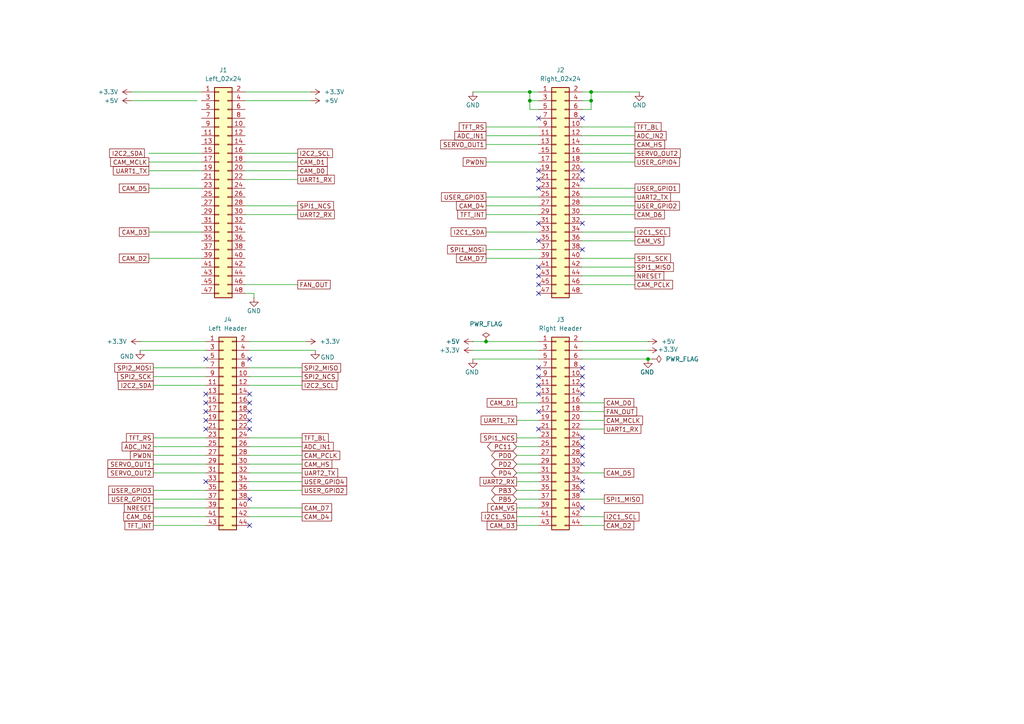
<source format=kicad_sch>
(kicad_sch (version 20250114) (generator "eeschema") (generator_version "9.0")
  (paper "A4")
  (lib_symbols
    (symbol "Connector_Generic:Conn_02x24_Odd_Even" (pin_names (offset 1.016) (hide yes))
      (property "Reference" "J" (at 1.27 30.48 0))
      (property "Value" "Conn_02x24_Odd_Even" (at 1.27 -33.02 0))
      (symbol "Conn_02x24_Odd_Even_1_1"
        (rectangle (start -1.27 29.21) (end 3.81 -31.75) (stroke (width 0.254)) (fill (type background)))
        (rectangle (start -1.27 28.067) (end 0 27.813) (stroke (width 0.1524)))
        (rectangle (start -1.27 25.527) (end 0 25.273) (stroke (width 0.1524)))
        (rectangle (start -1.27 22.987) (end 0 22.733) (stroke (width 0.1524)))
        (rectangle (start -1.27 20.447) (end 0 20.193) (stroke (width 0.1524)))
        (rectangle (start -1.27 17.907) (end 0 17.653) (stroke (width 0.1524)))
        (rectangle (start -1.27 15.367) (end 0 15.113) (stroke (width 0.1524)))
        (rectangle (start -1.27 12.827) (end 0 12.573) (stroke (width 0.1524)))
        (rectangle (start -1.27 10.287) (end 0 10.033) (stroke (width 0.1524)))
        (rectangle (start -1.27 7.747) (end 0 7.493) (stroke (width 0.1524)))
        (rectangle (start -1.27 5.207) (end 0 4.953) (stroke (width 0.1524)))
        (rectangle (start -1.27 2.667) (end 0 2.413) (stroke (width 0.1524)))
        (rectangle (start -1.27 0.127) (end 0 -0.127) (stroke (width 0.1524)))
        (rectangle (start -1.27 -2.413) (end 0 -2.667) (stroke (width 0.1524)))
        (rectangle (start -1.27 -4.953) (end 0 -5.207) (stroke (width 0.1524)))
        (rectangle (start -1.27 -7.493) (end 0 -7.747) (stroke (width 0.1524)))
        (rectangle (start -1.27 -10.033) (end 0 -10.287) (stroke (width 0.1524)))
        (rectangle (start -1.27 -12.573) (end 0 -12.827) (stroke (width 0.1524)))
        (rectangle (start -1.27 -15.113) (end 0 -15.367) (stroke (width 0.1524)))
        (rectangle (start -1.27 -17.653) (end 0 -17.907) (stroke (width 0.1524)))
        (rectangle (start -1.27 -20.193) (end 0 -20.447) (stroke (width 0.1524)))
        (rectangle (start -1.27 -22.733) (end 0 -22.987) (stroke (width 0.1524)))
        (rectangle (start -1.27 -25.273) (end 0 -25.527) (stroke (width 0.1524)))
        (rectangle (start -1.27 -27.813) (end 0 -28.067) (stroke (width 0.1524)))
        (rectangle (start -1.27 -30.353) (end 0 -30.607) (stroke (width 0.1524)))
        (rectangle (start 3.81 28.067) (end 2.54 27.813) (stroke (width 0.1524)))
        (rectangle (start 3.81 25.527) (end 2.54 25.273) (stroke (width 0.1524)))
        (rectangle (start 3.81 22.987) (end 2.54 22.733) (stroke (width 0.1524)))
        (rectangle (start 3.81 20.447) (end 2.54 20.193) (stroke (width 0.1524)))
        (rectangle (start 3.81 17.907) (end 2.54 17.653) (stroke (width 0.1524)))
        (rectangle (start 3.81 15.367) (end 2.54 15.113) (stroke (width 0.1524)))
        (rectangle (start 3.81 12.827) (end 2.54 12.573) (stroke (width 0.1524)))
        (rectangle (start 3.81 10.287) (end 2.54 10.033) (stroke (width 0.1524)))
        (rectangle (start 3.81 7.747) (end 2.54 7.493) (stroke (width 0.1524)))
        (rectangle (start 3.81 5.207) (end 2.54 4.953) (stroke (width 0.1524)))
        (rectangle (start 3.81 2.667) (end 2.54 2.413) (stroke (width 0.1524)))
        (rectangle (start 3.81 0.127) (end 2.54 -0.127) (stroke (width 0.1524)))
        (rectangle (start 3.81 -2.413) (end 2.54 -2.667) (stroke (width 0.1524)))
        (rectangle (start 3.81 -4.953) (end 2.54 -5.207) (stroke (width 0.1524)))
        (rectangle (start 3.81 -7.493) (end 2.54 -7.747) (stroke (width 0.1524)))
        (rectangle (start 3.81 -10.033) (end 2.54 -10.287) (stroke (width 0.1524)))
        (rectangle (start 3.81 -12.573) (end 2.54 -12.827) (stroke (width 0.1524)))
        (rectangle (start 3.81 -15.113) (end 2.54 -15.367) (stroke (width 0.1524)))
        (rectangle (start 3.81 -17.653) (end 2.54 -17.907) (stroke (width 0.1524)))
        (rectangle (start 3.81 -20.193) (end 2.54 -20.447) (stroke (width 0.1524)))
        (rectangle (start 3.81 -22.733) (end 2.54 -22.987) (stroke (width 0.1524)))
        (rectangle (start 3.81 -25.273) (end 2.54 -25.527) (stroke (width 0.1524)))
        (rectangle (start 3.81 -27.813) (end 2.54 -28.067) (stroke (width 0.1524)))
        (rectangle (start 3.81 -30.353) (end 2.54 -30.607) (stroke (width 0.1524)))
        (pin passive line (at -5.08 27.94 0) (length 3.81) (name "Pin_1") (number "1"))
        (pin passive line (at -5.08 25.4 0) (length 3.81) (name "Pin_3") (number "3"))
        (pin passive line (at -5.08 22.86 0) (length 3.81) (name "Pin_5") (number "5"))
        (pin passive line (at -5.08 20.32 0) (length 3.81) (name "Pin_7") (number "7"))
        (pin passive line (at -5.08 17.78 0) (length 3.81) (name "Pin_9") (number "9"))
        (pin passive line (at -5.08 15.24 0) (length 3.81) (name "Pin_11") (number "11"))
        (pin passive line (at -5.08 12.7 0) (length 3.81) (name "Pin_13") (number "13"))
        (pin passive line (at -5.08 10.16 0) (length 3.81) (name "Pin_15") (number "15"))
        (pin passive line (at -5.08 7.62 0) (length 3.81) (name "Pin_17") (number "17"))
        (pin passive line (at -5.08 5.08 0) (length 3.81) (name "Pin_19") (number "19"))
        (pin passive line (at -5.08 2.54 0) (length 3.81) (name "Pin_21") (number "21"))
        (pin passive line (at -5.08 0 0) (length 3.81) (name "Pin_23") (number "23"))
        (pin passive line (at -5.08 -2.54 0) (length 3.81) (name "Pin_25") (number "25"))
        (pin passive line (at -5.08 -5.08 0) (length 3.81) (name "Pin_27") (number "27"))
        (pin passive line (at -5.08 -7.62 0) (length 3.81) (name "Pin_29") (number "29"))
        (pin passive line (at -5.08 -10.16 0) (length 3.81) (name "Pin_31") (number "31"))
        (pin passive line (at -5.08 -12.7 0) (length 3.81) (name "Pin_33") (number "33"))
        (pin passive line (at -5.08 -15.24 0) (length 3.81) (name "Pin_35") (number "35"))
        (pin passive line (at -5.08 -17.78 0) (length 3.81) (name "Pin_37") (number "37"))
        (pin passive line (at -5.08 -20.32 0) (length 3.81) (name "Pin_39") (number "39"))
        (pin passive line (at -5.08 -22.86 0) (length 3.81) (name "Pin_41") (number "41"))
        (pin passive line (at -5.08 -25.4 0) (length 3.81) (name "Pin_43") (number "43"))
        (pin passive line (at -5.08 -27.94 0) (length 3.81) (name "Pin_45") (number "45"))
        (pin passive line (at -5.08 -30.48 0) (length 3.81) (name "Pin_47") (number "47"))
        (pin passive line (at 7.62 27.94 180) (length 3.81) (name "Pin_2") (number "2"))
        (pin passive line (at 7.62 25.4 180) (length 3.81) (name "Pin_4") (number "4"))
        (pin passive line (at 7.62 22.86 180) (length 3.81) (name "Pin_6") (number "6"))
        (pin passive line (at 7.62 20.32 180) (length 3.81) (name "Pin_8") (number "8"))
        (pin passive line (at 7.62 17.78 180) (length 3.81) (name "Pin_10") (number "10"))
        (pin passive line (at 7.62 15.24 180) (length 3.81) (name "Pin_12") (number "12"))
        (pin passive line (at 7.62 12.7 180) (length 3.81) (name "Pin_14") (number "14"))
        (pin passive line (at 7.62 10.16 180) (length 3.81) (name "Pin_16") (number "16"))
        (pin passive line (at 7.62 7.62 180) (length 3.81) (name "Pin_18") (number "18"))
        (pin passive line (at 7.62 5.08 180) (length 3.81) (name "Pin_20") (number "20"))
        (pin passive line (at 7.62 2.54 180) (length 3.81) (name "Pin_22") (number "22"))
        (pin passive line (at 7.62 0 180) (length 3.81) (name "Pin_24") (number "24"))
        (pin passive line (at 7.62 -2.54 180) (length 3.81) (name "Pin_26") (number "26"))
        (pin passive line (at 7.62 -5.08 180) (length 3.81) (name "Pin_28") (number "28"))
        (pin passive line (at 7.62 -7.62 180) (length 3.81) (name "Pin_30") (number "30"))
        (pin passive line (at 7.62 -10.16 180) (length 3.81) (name "Pin_32") (number "32"))
        (pin passive line (at 7.62 -12.7 180) (length 3.81) (name "Pin_34") (number "34"))
        (pin passive line (at 7.62 -15.24 180) (length 3.81) (name "Pin_36") (number "36"))
        (pin passive line (at 7.62 -17.78 180) (length 3.81) (name "Pin_38") (number "38"))
        (pin passive line (at 7.62 -20.32 180) (length 3.81) (name "Pin_40") (number "40"))
        (pin passive line (at 7.62 -22.86 180) (length 3.81) (name "Pin_42") (number "42"))
        (pin passive line (at 7.62 -25.4 180) (length 3.81) (name "Pin_44") (number "44"))
        (pin passive line (at 7.62 -27.94 180) (length 3.81) (name "Pin_46") (number "46"))
        (pin passive line (at 7.62 -30.48 180) (length 3.81) (name "Pin_48") (number "48"))
      )
    )
    (symbol "LM2676S-3.3_NOPB:+3.3V" (power) (pin_numbers (hide yes)) (pin_names (offset 0) (hide yes))
      (property "Value" "+3.3V" (at 0 3.556 0))
      (symbol "+3.3V_0_1"
        (polyline (pts (xy -0.762 1.27) (xy 0 2.54)))
        (polyline (pts (xy 0 2.54) (xy 0.762 1.27)))
        (polyline (pts (xy 0 0) (xy 0 2.54)))
      )
      (symbol "+3.3V_1_1"
        (pin power_in line (at 0 0 90) (length 0) (name "~") (number "1"))
      )
    )
    (symbol "LM2676S-3.3_NOPB:+5V" (power) (pin_numbers (hide yes)) (pin_names (offset 0) (hide yes))
      (property "Value" "+5V" (at 0 3.556 0))
      (symbol "+5V_0_1"
        (polyline (pts (xy -0.762 1.27) (xy 0 2.54)))
        (polyline (pts (xy 0 2.54) (xy 0.762 1.27)))
        (polyline (pts (xy 0 0) (xy 0 2.54)))
      )
      (symbol "+5V_1_1"
        (pin power_in line (at 0 0 90) (length 0) (name "~") (number "1"))
      )
    )
    (symbol "LM2676S-3.3_NOPB:Conn_02x22_Odd_Even" (pin_names (offset 1.016) (hide yes))
      (property "Reference" "J" (at 1.27 27.94 0))
      (property "Value" "Conn_02x22_Odd_Even" (at 1.27 -30.48 0))
      (symbol "Conn_02x22_Odd_Even_1_1"
        (rectangle (start -1.27 26.67) (end 3.81 -29.21) (stroke (width 0.254)) (fill (type background)))
        (rectangle (start -1.27 25.527) (end 0 25.273) (stroke (width 0.1524)))
        (rectangle (start -1.27 22.987) (end 0 22.733) (stroke (width 0.1524)))
        (rectangle (start -1.27 20.447) (end 0 20.193) (stroke (width 0.1524)))
        (rectangle (start -1.27 17.907) (end 0 17.653) (stroke (width 0.1524)))
        (rectangle (start -1.27 15.367) (end 0 15.113) (stroke (width 0.1524)))
        (rectangle (start -1.27 12.827) (end 0 12.573) (stroke (width 0.1524)))
        (rectangle (start -1.27 10.287) (end 0 10.033) (stroke (width 0.1524)))
        (rectangle (start -1.27 7.747) (end 0 7.493) (stroke (width 0.1524)))
        (rectangle (start -1.27 5.207) (end 0 4.953) (stroke (width 0.1524)))
        (rectangle (start -1.27 2.667) (end 0 2.413) (stroke (width 0.1524)))
        (rectangle (start -1.27 0.127) (end 0 -0.127) (stroke (width 0.1524)))
        (rectangle (start -1.27 -2.413) (end 0 -2.667) (stroke (width 0.1524)))
        (rectangle (start -1.27 -4.953) (end 0 -5.207) (stroke (width 0.1524)))
        (rectangle (start -1.27 -7.493) (end 0 -7.747) (stroke (width 0.1524)))
        (rectangle (start -1.27 -10.033) (end 0 -10.287) (stroke (width 0.1524)))
        (rectangle (start -1.27 -12.573) (end 0 -12.827) (stroke (width 0.1524)))
        (rectangle (start -1.27 -15.113) (end 0 -15.367) (stroke (width 0.1524)))
        (rectangle (start -1.27 -17.653) (end 0 -17.907) (stroke (width 0.1524)))
        (rectangle (start -1.27 -20.193) (end 0 -20.447) (stroke (width 0.1524)))
        (rectangle (start -1.27 -22.733) (end 0 -22.987) (stroke (width 0.1524)))
        (rectangle (start -1.27 -25.273) (end 0 -25.527) (stroke (width 0.1524)))
        (rectangle (start -1.27 -27.813) (end 0 -28.067) (stroke (width 0.1524)))
        (rectangle (start 3.81 25.527) (end 2.54 25.273) (stroke (width 0.1524)))
        (rectangle (start 3.81 22.987) (end 2.54 22.733) (stroke (width 0.1524)))
        (rectangle (start 3.81 20.447) (end 2.54 20.193) (stroke (width 0.1524)))
        (rectangle (start 3.81 17.907) (end 2.54 17.653) (stroke (width 0.1524)))
        (rectangle (start 3.81 15.367) (end 2.54 15.113) (stroke (width 0.1524)))
        (rectangle (start 3.81 12.827) (end 2.54 12.573) (stroke (width 0.1524)))
        (rectangle (start 3.81 10.287) (end 2.54 10.033) (stroke (width 0.1524)))
        (rectangle (start 3.81 7.747) (end 2.54 7.493) (stroke (width 0.1524)))
        (rectangle (start 3.81 5.207) (end 2.54 4.953) (stroke (width 0.1524)))
        (rectangle (start 3.81 2.667) (end 2.54 2.413) (stroke (width 0.1524)))
        (rectangle (start 3.81 0.127) (end 2.54 -0.127) (stroke (width 0.1524)))
        (rectangle (start 3.81 -2.413) (end 2.54 -2.667) (stroke (width 0.1524)))
        (rectangle (start 3.81 -4.953) (end 2.54 -5.207) (stroke (width 0.1524)))
        (rectangle (start 3.81 -7.493) (end 2.54 -7.747) (stroke (width 0.1524)))
        (rectangle (start 3.81 -10.033) (end 2.54 -10.287) (stroke (width 0.1524)))
        (rectangle (start 3.81 -12.573) (end 2.54 -12.827) (stroke (width 0.1524)))
        (rectangle (start 3.81 -15.113) (end 2.54 -15.367) (stroke (width 0.1524)))
        (rectangle (start 3.81 -17.653) (end 2.54 -17.907) (stroke (width 0.1524)))
        (rectangle (start 3.81 -20.193) (end 2.54 -20.447) (stroke (width 0.1524)))
        (rectangle (start 3.81 -22.733) (end 2.54 -22.987) (stroke (width 0.1524)))
        (rectangle (start 3.81 -25.273) (end 2.54 -25.527) (stroke (width 0.1524)))
        (rectangle (start 3.81 -27.813) (end 2.54 -28.067) (stroke (width 0.1524)))
        (pin passive line (at -5.08 25.4 0) (length 3.81) (name "Pin_1") (number "1"))
        (pin passive line (at -5.08 22.86 0) (length 3.81) (name "Pin_3") (number "3"))
        (pin passive line (at -5.08 20.32 0) (length 3.81) (name "Pin_5") (number "5"))
        (pin passive line (at -5.08 17.78 0) (length 3.81) (name "Pin_7") (number "7"))
        (pin passive line (at -5.08 15.24 0) (length 3.81) (name "Pin_9") (number "9"))
        (pin passive line (at -5.08 12.7 0) (length 3.81) (name "Pin_11") (number "11"))
        (pin passive line (at -5.08 10.16 0) (length 3.81) (name "Pin_13") (number "13"))
        (pin passive line (at -5.08 7.62 0) (length 3.81) (name "Pin_15") (number "15"))
        (pin passive line (at -5.08 5.08 0) (length 3.81) (name "Pin_17") (number "17"))
        (pin passive line (at -5.08 2.54 0) (length 3.81) (name "Pin_19") (number "19"))
        (pin passive line (at -5.08 0 0) (length 3.81) (name "Pin_21") (number "21"))
        (pin passive line (at -5.08 -2.54 0) (length 3.81) (name "Pin_23") (number "23"))
        (pin passive line (at -5.08 -5.08 0) (length 3.81) (name "Pin_25") (number "25"))
        (pin passive line (at -5.08 -7.62 0) (length 3.81) (name "Pin_27") (number "27"))
        (pin passive line (at -5.08 -10.16 0) (length 3.81) (name "Pin_29") (number "29"))
        (pin passive line (at -5.08 -12.7 0) (length 3.81) (name "Pin_31") (number "31"))
        (pin passive line (at -5.08 -15.24 0) (length 3.81) (name "Pin_33") (number "33"))
        (pin passive line (at -5.08 -17.78 0) (length 3.81) (name "Pin_35") (number "35"))
        (pin passive line (at -5.08 -20.32 0) (length 3.81) (name "Pin_37") (number "37"))
        (pin passive line (at -5.08 -22.86 0) (length 3.81) (name "Pin_39") (number "39"))
        (pin passive line (at -5.08 -25.4 0) (length 3.81) (name "Pin_41") (number "41"))
        (pin passive line (at -5.08 -27.94 0) (length 3.81) (name "Pin_43") (number "43"))
        (pin passive line (at 7.62 25.4 180) (length 3.81) (name "Pin_2") (number "2"))
        (pin passive line (at 7.62 22.86 180) (length 3.81) (name "Pin_4") (number "4"))
        (pin passive line (at 7.62 20.32 180) (length 3.81) (name "Pin_6") (number "6"))
        (pin passive line (at 7.62 17.78 180) (length 3.81) (name "Pin_8") (number "8"))
        (pin passive line (at 7.62 15.24 180) (length 3.81) (name "Pin_10") (number "10"))
        (pin passive line (at 7.62 12.7 180) (length 3.81) (name "Pin_12") (number "12"))
        (pin passive line (at 7.62 10.16 180) (length 3.81) (name "Pin_14") (number "14"))
        (pin passive line (at 7.62 7.62 180) (length 3.81) (name "Pin_16") (number "16"))
        (pin passive line (at 7.62 5.08 180) (length 3.81) (name "Pin_18") (number "18"))
        (pin passive line (at 7.62 2.54 180) (length 3.81) (name "Pin_20") (number "20"))
        (pin passive line (at 7.62 0 180) (length 3.81) (name "Pin_22") (number "22"))
        (pin passive line (at 7.62 -2.54 180) (length 3.81) (name "Pin_24") (number "24"))
        (pin passive line (at 7.62 -5.08 180) (length 3.81) (name "Pin_26") (number "26"))
        (pin passive line (at 7.62 -7.62 180) (length 3.81) (name "Pin_28") (number "28"))
        (pin passive line (at 7.62 -10.16 180) (length 3.81) (name "Pin_30") (number "30"))
        (pin passive line (at 7.62 -12.7 180) (length 3.81) (name "Pin_32") (number "32"))
        (pin passive line (at 7.62 -15.24 180) (length 3.81) (name "Pin_34") (number "34"))
        (pin passive line (at 7.62 -17.78 180) (length 3.81) (name "Pin_36") (number "36"))
        (pin passive line (at 7.62 -20.32 180) (length 3.81) (name "Pin_38") (number "38"))
        (pin passive line (at 7.62 -22.86 180) (length 3.81) (name "Pin_40") (number "40"))
        (pin passive line (at 7.62 -25.4 180) (length 3.81) (name "Pin_42") (number "42"))
        (pin passive line (at 7.62 -27.94 180) (length 3.81) (name "Pin_44") (number "44"))
      )
    )
    (symbol "LM2676S-3.3_NOPB:GND" (power) (pin_numbers (hide yes)) (pin_names (offset 0) (hide yes))
      (property "Value" "GND" (at 0 -3.81 0))
      (symbol "GND_0_1"
        (polyline (pts (xy 0 0) (xy 0 -1.27) (xy 1.27 -1.27) (xy 0 -2.54) (xy -1.27 -1.27) (xy 0 -1.27)))
      )
      (symbol "GND_1_1"
        (pin power_in line (at 0 0 270) (length 0) (name "~") (number "1"))
      )
    )
    (symbol "LM2676S-3.3_NOPB:PWR_FLAG" (power) (pin_numbers (hide yes)) (pin_names (offset 0) (hide yes))
      (property "Value" "PWR_FLAG" (at 0 3.81 0))
      (symbol "PWR_FLAG_0_0"
        (pin power_out line (at 0 0 90) (length 0) (name "~") (number "1"))
      )
      (symbol "PWR_FLAG_0_1"
        (polyline (pts (xy 0 0) (xy 0 1.27) (xy -1.016 1.905) (xy 0 2.54) (xy 1.016 1.905) (xy 0 1.27)))
      )
    )
  )
  (junction (at 140.97 99.06))
  (junction (at 171.45 26.67))
  (junction (at 171.45 29.21))
  (junction (at 153.67 29.21))
  (junction (at 153.67 26.67))
  (junction (at 187.96 104.14))
  (no_connect (at 168.91 106.68))
  (no_connect (at 168.91 52.07))
  (no_connect (at 156.21 49.53))
  (no_connect (at 168.91 111.76))
  (no_connect (at 72.39 116.84))
  (no_connect (at 168.91 129.54))
  (no_connect (at 156.21 80.01))
  (no_connect (at 156.21 114.3))
  (no_connect (at 168.91 64.77))
  (no_connect (at 72.39 104.14))
  (no_connect (at 168.91 127))
  (no_connect (at 168.91 147.32))
  (no_connect (at 72.39 114.3))
  (no_connect (at 72.39 144.78))
  (no_connect (at 156.21 52.07))
  (no_connect (at 72.39 152.4))
  (no_connect (at 156.21 54.61))
  (no_connect (at 59.69 124.46))
  (no_connect (at 59.69 104.14))
  (no_connect (at 168.91 114.3))
  (no_connect (at 72.39 124.46))
  (no_connect (at 59.69 116.84))
  (no_connect (at 72.39 121.92))
  (no_connect (at 168.91 142.24))
  (no_connect (at 59.69 114.3))
  (no_connect (at 156.21 111.76))
  (no_connect (at 168.91 34.29))
  (no_connect (at 59.69 121.92))
  (no_connect (at 168.91 132.08))
  (no_connect (at 72.39 119.38))
  (no_connect (at 168.91 109.22))
  (no_connect (at 156.21 109.22))
  (no_connect (at 156.21 34.29))
  (no_connect (at 156.21 77.47))
  (no_connect (at 59.69 139.7))
  (no_connect (at 168.91 72.39))
  (no_connect (at 168.91 134.62))
  (no_connect (at 156.21 69.85))
  (no_connect (at 168.91 49.53))
  (no_connect (at 156.21 85.09))
  (no_connect (at 156.21 82.55))
  (no_connect (at 156.21 106.68))
  (no_connect (at 156.21 124.46))
  (no_connect (at 156.21 64.77))
  (no_connect (at 156.21 119.38))
  (no_connect (at 168.91 139.7))
  (no_connect (at 59.69 119.38))
  (wire (pts (xy 168.91 77.47) (xy 184.15 77.47)))
  (wire (pts (xy 140.97 62.23) (xy 156.21 62.23)))
  (wire (pts (xy 87.63 149.86) (xy 72.39 149.86)))
  (wire (pts (xy 187.96 99.06) (xy 168.91 99.06)))
  (wire (pts (xy 156.21 144.78) (xy 149.86 144.78)))
  (wire (pts (xy 59.69 137.16) (xy 44.45 137.16)))
  (wire (pts (xy 168.91 26.67) (xy 171.45 26.67)))
  (wire (pts (xy 140.97 67.31) (xy 156.21 67.31)))
  (wire (pts (xy 156.21 134.62) (xy 149.86 134.62)))
  (wire (pts (xy 153.67 26.67) (xy 137.16 26.67)))
  (wire (pts (xy 168.91 74.93) (xy 184.15 74.93)))
  (wire (pts (xy 156.21 132.08) (xy 149.86 132.08)))
  (wire (pts (xy 72.39 99.06) (xy 88.9 99.06)))
  (wire (pts (xy 156.21 36.83) (xy 140.97 36.83)))
  (wire (pts (xy 43.18 74.93) (xy 58.42 74.93)))
  (wire (pts (xy 140.97 46.99) (xy 156.21 46.99)))
  (wire (pts (xy 71.12 46.99) (xy 86.36 46.99)))
  (wire (pts (xy 71.12 62.23) (xy 86.36 62.23)))
  (wire (pts (xy 59.69 101.6) (xy 40.64 101.6)))
  (wire (pts (xy 140.97 74.93) (xy 156.21 74.93)))
  (wire (pts (xy 140.97 99.06) (xy 137.16 99.06)))
  (wire (pts (xy 175.26 119.38) (xy 168.91 119.38)))
  (wire (pts (xy 156.21 39.37) (xy 140.97 39.37)))
  (wire (pts (xy 171.45 31.75) (xy 168.91 31.75)))
  (wire (pts (xy 59.69 152.4) (xy 44.45 152.4)))
  (wire (pts (xy 87.63 129.54) (xy 72.39 129.54)))
  (wire (pts (xy 175.26 116.84) (xy 168.91 116.84)))
  (wire (pts (xy 187.96 104.14) (xy 189.23 104.14)))
  (wire (pts (xy 175.26 152.4) (xy 168.91 152.4)))
  (wire (pts (xy 175.26 124.46) (xy 168.91 124.46)))
  (wire (pts (xy 71.12 85.09) (xy 73.66 85.09)))
  (wire (pts (xy 153.67 31.75) (xy 153.67 29.21)))
  (wire (pts (xy 73.66 85.09) (xy 73.66 86.36)))
  (wire (pts (xy 43.18 46.99) (xy 58.42 46.99)))
  (wire (pts (xy 168.91 82.55) (xy 184.15 82.55)))
  (wire (pts (xy 43.18 54.61) (xy 58.42 54.61)))
  (wire (pts (xy 156.21 129.54) (xy 149.86 129.54)))
  (wire (pts (xy 87.63 109.22) (xy 72.39 109.22)))
  (wire (pts (xy 156.21 147.32) (xy 149.86 147.32)))
  (wire (pts (xy 156.21 121.92) (xy 149.86 121.92)))
  (wire (pts (xy 59.69 111.76) (xy 44.45 111.76)))
  (wire (pts (xy 156.21 127) (xy 149.86 127)))
  (wire (pts (xy 43.18 67.31) (xy 58.42 67.31)))
  (wire (pts (xy 59.69 129.54) (xy 44.45 129.54)))
  (wire (pts (xy 140.97 57.15) (xy 156.21 57.15)))
  (wire (pts (xy 184.15 39.37) (xy 168.91 39.37)))
  (wire (pts (xy 87.63 137.16) (xy 72.39 137.16)))
  (wire (pts (xy 156.21 31.75) (xy 153.67 31.75)))
  (wire (pts (xy 153.67 29.21) (xy 156.21 29.21)))
  (wire (pts (xy 59.69 106.68) (xy 44.45 106.68)))
  (wire (pts (xy 59.69 132.08) (xy 44.45 132.08)))
  (wire (pts (xy 156.21 149.86) (xy 149.86 149.86)))
  (wire (pts (xy 175.26 144.78) (xy 168.91 144.78)))
  (wire (pts (xy 168.91 59.69) (xy 184.15 59.69)))
  (wire (pts (xy 175.26 149.86) (xy 168.91 149.86)))
  (wire (pts (xy 168.91 101.6) (xy 187.96 101.6)))
  (wire (pts (xy 171.45 29.21) (xy 171.45 26.67)))
  (wire (pts (xy 59.69 147.32) (xy 44.45 147.32)))
  (wire (pts (xy 156.21 142.24) (xy 149.86 142.24)))
  (wire (pts (xy 71.12 44.45) (xy 86.36 44.45)))
  (wire (pts (xy 156.21 99.06) (xy 140.97 99.06)))
  (wire (pts (xy 71.12 59.69) (xy 86.36 59.69)))
  (wire (pts (xy 87.63 142.24) (xy 72.39 142.24)))
  (wire (pts (xy 184.15 44.45) (xy 168.91 44.45)))
  (wire (pts (xy 59.69 149.86) (xy 44.45 149.86)))
  (wire (pts (xy 168.91 62.23) (xy 184.15 62.23)))
  (wire (pts (xy 59.69 127) (xy 44.45 127)))
  (wire (pts (xy 153.67 29.21) (xy 153.67 26.67)))
  (wire (pts (xy 168.91 67.31) (xy 184.15 67.31)))
  (wire (pts (xy 168.91 57.15) (xy 184.15 57.15)))
  (wire (pts (xy 87.63 111.76) (xy 72.39 111.76)))
  (wire (pts (xy 156.21 41.91) (xy 140.97 41.91)))
  (wire (pts (xy 91.44 101.6) (xy 72.39 101.6)))
  (wire (pts (xy 90.17 29.21) (xy 71.12 29.21)))
  (wire (pts (xy 184.15 36.83) (xy 168.91 36.83)))
  (wire (pts (xy 171.45 26.67) (xy 185.42 26.67)))
  (wire (pts (xy 59.69 142.24) (xy 44.45 142.24)))
  (wire (pts (xy 58.42 26.67) (xy 38.1 26.67)))
  (wire (pts (xy 87.63 132.08) (xy 72.39 132.08)))
  (wire (pts (xy 140.97 72.39) (xy 156.21 72.39)))
  (wire (pts (xy 184.15 41.91) (xy 168.91 41.91)))
  (wire (pts (xy 71.12 82.55) (xy 86.36 82.55)))
  (wire (pts (xy 43.18 49.53) (xy 58.42 49.53)))
  (wire (pts (xy 87.63 139.7) (xy 72.39 139.7)))
  (wire (pts (xy 87.63 134.62) (xy 72.39 134.62)))
  (wire (pts (xy 59.69 109.22) (xy 44.45 109.22)))
  (wire (pts (xy 59.69 144.78) (xy 44.45 144.78)))
  (wire (pts (xy 59.69 99.06) (xy 40.64 99.06)))
  (wire (pts (xy 71.12 26.67) (xy 90.17 26.67)))
  (wire (pts (xy 43.18 44.45) (xy 58.42 44.45)))
  (wire (pts (xy 156.21 152.4) (xy 149.86 152.4)))
  (wire (pts (xy 175.26 121.92) (xy 168.91 121.92)))
  (wire (pts (xy 171.45 31.75) (xy 171.45 29.21)))
  (wire (pts (xy 87.63 106.68) (xy 72.39 106.68)))
  (wire (pts (xy 71.12 49.53) (xy 86.36 49.53)))
  (wire (pts (xy 87.63 127) (xy 72.39 127)))
  (wire (pts (xy 156.21 101.6) (xy 137.16 101.6)))
  (wire (pts (xy 168.91 29.21) (xy 171.45 29.21)))
  (wire (pts (xy 156.21 26.67) (xy 153.67 26.67)))
  (wire (pts (xy 59.69 134.62) (xy 44.45 134.62)))
  (wire (pts (xy 71.12 52.07) (xy 86.36 52.07)))
  (wire (pts (xy 156.21 137.16) (xy 149.86 137.16)))
  (wire (pts (xy 168.91 69.85) (xy 184.15 69.85)))
  (wire (pts (xy 156.21 116.84) (xy 149.86 116.84)))
  (wire (pts (xy 168.91 54.61) (xy 184.15 54.61)))
  (wire (pts (xy 87.63 147.32) (xy 72.39 147.32)))
  (wire (pts (xy 184.15 46.99) (xy 168.91 46.99)))
  (wire (pts (xy 57.15 29.21) (xy 38.1 29.21)))
  (wire (pts (xy 168.91 104.14) (xy 187.96 104.14)))
  (wire (pts (xy 140.97 59.69) (xy 156.21 59.69)))
  (wire (pts (xy 137.16 104.14) (xy 156.21 104.14)))
  (wire (pts (xy 156.21 139.7) (xy 149.86 139.7)))
  (wire (pts (xy 175.26 137.16) (xy 168.91 137.16)))
  (wire (pts (xy 168.91 80.01) (xy 184.15 80.01)))
  (global_label "CAM_D5" (shape passive) (at 175.26 137.16 0) (property "Intersheetrefs" "${INTERSHEET_REFS}" (effects (hide yes))))
  (global_label "SERVO_OUT2" (shape passive) (at 184.15 44.45 0) (property "Intersheetrefs" "${INTERSHEET_REFS}" (effects (hide yes))))
  (global_label "USER_GPIO2" (shape passive) (at 184.15 59.69 0) (property "Intersheetrefs" "${INTERSHEET_REFS}" (effects (hide yes))))
  (global_label "CAM_D6" (shape passive) (at 44.45 149.86 180) (property "Intersheetrefs" "${INTERSHEET_REFS}" (effects (hide yes))))
  (global_label "CAM_D4" (shape passive) (at 140.97 59.69 180) (property "Intersheetrefs" "${INTERSHEET_REFS}" (effects (hide yes))))
  (global_label "UART2_TX" (shape passive) (at 184.15 57.15 0) (property "Intersheetrefs" "${INTERSHEET_REFS}" (effects (hide yes))))
  (global_label "PC11" (shape bidirectional) (at 149.86 129.54 180) (property "Intersheetrefs" "${INTERSHEET_REFS}" (effects (hide yes))))
  (global_label "TFT_INT" (shape passive) (at 140.97 62.23 180) (property "Intersheetrefs" "${INTERSHEET_REFS}" (effects (hide yes))))
  (global_label "I2C2_SCL" (shape passive) (at 86.36 44.45 0) (property "Intersheetrefs" "${INTERSHEET_REFS}" (effects (hide yes))))
  (global_label "CAM_D2" (shape passive) (at 43.18 74.93 180) (property "Intersheetrefs" "${INTERSHEET_REFS}" (effects (hide yes))))
  (global_label "UART1_TX" (shape passive) (at 149.86 121.92 180) (property "Intersheetrefs" "${INTERSHEET_REFS}" (effects (hide yes))))
  (global_label "SPI2_MOSI" (shape passive) (at 44.45 106.68 180) (property "Intersheetrefs" "${INTERSHEET_REFS}" (effects (hide yes))))
  (global_label "TFT_RS" (shape passive) (at 140.97 36.83 180) (property "Intersheetrefs" "${INTERSHEET_REFS}" (effects (hide yes))))
  (global_label "TFT_BL" (shape passive) (at 87.63 127 0) (property "Intersheetrefs" "${INTERSHEET_REFS}" (effects (hide yes))))
  (global_label "SERVO_OUT1" (shape passive) (at 44.45 134.62 180) (property "Intersheetrefs" "${INTERSHEET_REFS}" (effects (hide yes))))
  (global_label "I2C1_SCL" (shape passive) (at 175.26 149.86 0) (property "Intersheetrefs" "${INTERSHEET_REFS}" (effects (hide yes))))
  (global_label "UART1_RX" (shape passive) (at 86.36 52.07 0) (property "Intersheetrefs" "${INTERSHEET_REFS}" (effects (hide yes))))
  (global_label "NRESET" (shape passive) (at 44.45 147.32 180) (property "Intersheetrefs" "${INTERSHEET_REFS}" (effects (hide yes))))
  (global_label "SPI1_NCS" (shape passive) (at 86.36 59.69 0) (property "Intersheetrefs" "${INTERSHEET_REFS}" (effects (hide yes))))
  (global_label "PB3" (shape bidirectional) (at 149.86 142.24 180) (property "Intersheetrefs" "${INTERSHEET_REFS}" (effects (hide yes))))
  (global_label "I2C2_SDA" (shape passive) (at 44.45 111.76 180) (property "Intersheetrefs" "${INTERSHEET_REFS}" (effects (hide yes))))
  (global_label "SPI2_SCK" (shape passive) (at 44.45 109.22 180) (property "Intersheetrefs" "${INTERSHEET_REFS}" (effects (hide yes))))
  (global_label "USER_GPIO1" (shape passive) (at 44.45 144.78 180) (property "Intersheetrefs" "${INTERSHEET_REFS}" (effects (hide yes))))
  (global_label "CAM_PCLK" (shape passive) (at 184.15 82.55 0) (property "Intersheetrefs" "${INTERSHEET_REFS}" (effects (hide yes))))
  (global_label "PD2" (shape bidirectional) (at 149.86 134.62 180) (property "Intersheetrefs" "${INTERSHEET_REFS}" (effects (hide yes))))
  (global_label "FAN_OUT" (shape passive) (at 86.36 82.55 0) (property "Intersheetrefs" "${INTERSHEET_REFS}" (effects (hide yes))))
  (global_label "CAM_VS" (shape passive) (at 184.15 69.85 0) (property "Intersheetrefs" "${INTERSHEET_REFS}" (effects (hide yes))))
  (global_label "PD0" (shape bidirectional) (at 149.86 132.08 180) (property "Intersheetrefs" "${INTERSHEET_REFS}" (effects (hide yes))))
  (global_label "CAM_D3" (shape passive) (at 43.18 67.31 180) (property "Intersheetrefs" "${INTERSHEET_REFS}" (effects (hide yes))))
  (global_label "CAM_D0" (shape passive) (at 175.26 116.84 0) (property "Intersheetrefs" "${INTERSHEET_REFS}" (effects (hide yes))))
  (global_label "CAM_MCLK" (shape passive) (at 43.18 46.99 180) (property "Intersheetrefs" "${INTERSHEET_REFS}" (effects (hide yes))))
  (global_label "CAM_HS" (shape passive) (at 184.15 41.91 0) (property "Intersheetrefs" "${INTERSHEET_REFS}" (effects (hide yes))))
  (global_label "CAM_HS" (shape passive) (at 87.63 134.62 0) (property "Intersheetrefs" "${INTERSHEET_REFS}" (effects (hide yes))))
  (global_label "I2C2_SCL" (shape passive) (at 87.63 111.76 0) (property "Intersheetrefs" "${INTERSHEET_REFS}" (effects (hide yes))))
  (global_label "SPI2_MISO" (shape passive) (at 87.63 106.68 0) (property "Intersheetrefs" "${INTERSHEET_REFS}" (effects (hide yes))))
  (global_label "ADC_IN2" (shape passive) (at 184.15 39.37 0) (property "Intersheetrefs" "${INTERSHEET_REFS}" (effects (hide yes))))
  (global_label "TFT_BL" (shape passive) (at 184.15 36.83 0) (property "Intersheetrefs" "${INTERSHEET_REFS}" (effects (hide yes))))
  (global_label "UART2_RX" (shape passive) (at 86.36 62.23 0) (property "Intersheetrefs" "${INTERSHEET_REFS}" (effects (hide yes))))
  (global_label "I2C2_SDA" (shape passive) (at 41.91 44.45 180) (property "Intersheetrefs" "${INTERSHEET_REFS}" (effects (hide yes))))
  (global_label "PD4" (shape bidirectional) (at 149.86 137.16 180) (property "Intersheetrefs" "${INTERSHEET_REFS}" (effects (hide yes))))
  (global_label "UART2_TX" (shape passive) (at 87.63 137.16 0) (property "Intersheetrefs" "${INTERSHEET_REFS}" (effects (hide yes))))
  (global_label "USER_GPIO3" (shape passive) (at 140.97 57.15 180) (property "Intersheetrefs" "${INTERSHEET_REFS}" (effects (hide yes))))
  (global_label "TFT_RS" (shape passive) (at 44.45 127 180) (property "Intersheetrefs" "${INTERSHEET_REFS}" (effects (hide yes))))
  (global_label "TFT_INT" (shape passive) (at 44.45 152.4 180) (property "Intersheetrefs" "${INTERSHEET_REFS}" (effects (hide yes))))
  (global_label "UART1_RX" (shape passive) (at 175.26 124.46 0) (property "Intersheetrefs" "${INTERSHEET_REFS}" (effects (hide yes))))
  (global_label "NRESET" (shape passive) (at 184.15 80.01 0) (property "Intersheetrefs" "${INTERSHEET_REFS}" (effects (hide yes))))
  (global_label "SERVO_OUT1" (shape passive) (at 140.97 41.91 180) (property "Intersheetrefs" "${INTERSHEET_REFS}" (effects (hide yes))))
  (global_label "CAM_D2" (shape passive) (at 175.26 152.4 0) (property "Intersheetrefs" "${INTERSHEET_REFS}" (effects (hide yes))))
  (global_label "SPI1_SCK" (shape passive) (at 184.15 74.93 0) (property "Intersheetrefs" "${INTERSHEET_REFS}" (effects (hide yes))))
  (global_label "SERVO_OUT2" (shape passive) (at 44.45 137.16 180) (property "Intersheetrefs" "${INTERSHEET_REFS}" (effects (hide yes))))
  (global_label "CAM_PCLK" (shape passive) (at 87.63 132.08 0) (property "Intersheetrefs" "${INTERSHEET_REFS}" (effects (hide yes))))
  (global_label "SPI1_MOSI" (shape passive) (at 140.97 72.39 180) (property "Intersheetrefs" "${INTERSHEET_REFS}" (effects (hide yes))))
  (global_label "SPI2_NCS" (shape passive) (at 87.63 109.22 0) (property "Intersheetrefs" "${INTERSHEET_REFS}" (effects (hide yes))))
  (global_label "CAM_D3" (shape passive) (at 149.86 152.4 180) (property "Intersheetrefs" "${INTERSHEET_REFS}" (effects (hide yes))))
  (global_label "SPI1_MISO" (shape passive) (at 175.26 144.78 0) (property "Intersheetrefs" "${INTERSHEET_REFS}" (effects (hide yes))))
  (global_label "CAM_D5" (shape passive) (at 43.18 54.61 180) (property "Intersheetrefs" "${INTERSHEET_REFS}" (effects (hide yes))))
  (global_label "CAM_D7" (shape passive) (at 87.63 147.32 0) (property "Intersheetrefs" "${INTERSHEET_REFS}" (effects (hide yes))))
  (global_label "PWDN" (shape passive) (at 140.97 46.99 180) (property "Intersheetrefs" "${INTERSHEET_REFS}" (effects (hide yes))))
  (global_label "CAM_D6" (shape passive) (at 184.15 62.23 0) (property "Intersheetrefs" "${INTERSHEET_REFS}" (effects (hide yes))))
  (global_label "ADC_IN1" (shape passive) (at 87.63 129.54 0) (property "Intersheetrefs" "${INTERSHEET_REFS}" (effects (hide yes))))
  (global_label "USER_GPIO2" (shape passive) (at 87.63 142.24 0) (property "Intersheetrefs" "${INTERSHEET_REFS}" (effects (hide yes))))
  (global_label "CAM_D4" (shape passive) (at 87.63 149.86 0) (property "Intersheetrefs" "${INTERSHEET_REFS}" (effects (hide yes))))
  (global_label "I2C1_SDA" (shape passive) (at 149.86 149.86 180) (property "Intersheetrefs" "${INTERSHEET_REFS}" (effects (hide yes))))
  (global_label "FAN_OUT" (shape passive) (at 175.26 119.38 0) (property "Intersheetrefs" "${INTERSHEET_REFS}" (effects (hide yes))))
  (global_label "CAM_VS" (shape passive) (at 149.86 147.32 180) (property "Intersheetrefs" "${INTERSHEET_REFS}" (effects (hide yes))))
  (global_label "CAM_D1" (shape passive) (at 86.36 46.99 0) (property "Intersheetrefs" "${INTERSHEET_REFS}" (effects (hide yes))))
  (global_label "PWDN" (shape passive) (at 44.45 132.08 180) (property "Intersheetrefs" "${INTERSHEET_REFS}" (effects (hide yes))))
  (global_label "USER_GPIO4" (shape passive) (at 184.15 46.99 0) (property "Intersheetrefs" "${INTERSHEET_REFS}" (effects (hide yes))))
  (global_label "ADC_IN2" (shape passive) (at 44.45 129.54 180) (property "Intersheetrefs" "${INTERSHEET_REFS}" (effects (hide yes))))
  (global_label "SPI1_MISO" (shape passive) (at 184.15 77.47 0) (property "Intersheetrefs" "${INTERSHEET_REFS}" (effects (hide yes))))
  (global_label "I2C1_SCL" (shape passive) (at 184.15 67.31 0) (property "Intersheetrefs" "${INTERSHEET_REFS}" (effects (hide yes))))
  (global_label "CAM_MCLK" (shape passive) (at 175.26 121.92 0) (property "Intersheetrefs" "${INTERSHEET_REFS}" (effects (hide yes))))
  (global_label "USER_GPIO1" (shape passive) (at 184.15 54.61 0) (property "Intersheetrefs" "${INTERSHEET_REFS}" (effects (hide yes))))
  (global_label "USER_GPIO3" (shape passive) (at 44.45 142.24 180) (property "Intersheetrefs" "${INTERSHEET_REFS}" (effects (hide yes))))
  (global_label "PB5" (shape bidirectional) (at 149.86 144.78 180) (property "Intersheetrefs" "${INTERSHEET_REFS}" (effects (hide yes))))
  (global_label "USER_GPIO4" (shape passive) (at 87.63 139.7 0) (property "Intersheetrefs" "${INTERSHEET_REFS}" (effects (hide yes))))
  (global_label "CAM_D7" (shape passive) (at 140.97 74.93 180) (property "Intersheetrefs" "${INTERSHEET_REFS}" (effects (hide yes))))
  (global_label "ADC_IN1" (shape passive) (at 140.97 39.37 180) (property "Intersheetrefs" "${INTERSHEET_REFS}" (effects (hide yes))))
  (global_label "CAM_D0" (shape passive) (at 86.36 49.53 0) (property "Intersheetrefs" "${INTERSHEET_REFS}" (effects (hide yes))))
  (global_label "UART1_TX" (shape passive) (at 43.18 49.53 180) (property "Intersheetrefs" "${INTERSHEET_REFS}" (effects (hide yes))))
  (global_label "I2C1_SDA" (shape passive) (at 140.97 67.31 180) (property "Intersheetrefs" "${INTERSHEET_REFS}" (effects (hide yes))))
  (global_label "CAM_D1" (shape passive) (at 149.86 116.84 180) (property "Intersheetrefs" "${INTERSHEET_REFS}" (effects (hide yes))))
  (global_label "SPI1_NCS" (shape passive) (at 149.86 127 180) (property "Intersheetrefs" "${INTERSHEET_REFS}" (effects (hide yes))))
  (global_label "UART2_RX" (shape passive) (at 149.86 139.7 180) (property "Intersheetrefs" "${INTERSHEET_REFS}" (effects (hide yes))))
  (symbol (lib_id "LM2676S-3.3_NOPB:+5V") (at 187.96 99.06 270) (unit 1)
    (property "Reference" "#PWR083" (effects (hide yes)))
    (property "Value" "+5V" (at 191.77 99.0599 90) (effects (justify left)))
    (property "Description" "Power symbol creates a global label with name \"+5V\"" (effects (hide yes)))
  )
  (symbol (lib_id "LM2676S-3.3_NOPB:Conn_02x22_Odd_Even") (at 161.29 124.46 0) (unit 1)
    (property "Reference" "J3" (at 162.56 92.71 0))
    (property "Value" "Right Header" (at 162.56 95.25 0))
    (property "Footprint" "Connector_PinHeader_2.54mm:PinHeader_2x22_P2.54mm_Vertical" (effects (hide yes)))
    (property "Description" "Generic connector, double row, 02x22, odd/even pin numbering scheme (row 1 odd numbers, row 2 even numbers), script generated (kicad-library-utils/schlib/autogen/connector/)" (effects (hide yes)))
  )
  (symbol (lib_id "LM2676S-3.3_NOPB:GND") (at 40.64 101.6 0) (unit 1)
    (property "Reference" "#PWR079" (effects (hide yes)))
    (property "Value" "GND" (at 36.83 103.378 0))
    (property "Description" "Power symbol creates a global label with name \"GND\" , ground" (effects (hide yes)))
  )
  (symbol (lib_id "LM2676S-3.3_NOPB:GND") (at 137.16 26.67 0) (unit 1)
    (property "Reference" "#PWR071" (effects (hide yes)))
    (property "Value" "GND" (at 137.16 30.48 0))
    (property "Description" "Power symbol creates a global label with name \"GND\" , ground" (effects (hide yes)))
  )
  (symbol (lib_id "LM2676S-3.3_NOPB:+3.3V") (at 137.16 101.6 90) (unit 1)
    (property "Reference" "#PWR020" (effects (hide yes)))
    (property "Value" "+3.3V" (at 133.35 101.5999 90) (effects (justify left)))
    (property "Description" "Power symbol creates a global label with name \"+3.3V\"" (effects (hide yes)))
  )
  (symbol (lib_id "LM2676S-3.3_NOPB:GND") (at 137.16 104.14 0) (unit 1)
    (property "Reference" "#PWR021" (effects (hide yes)))
    (property "Value" "GND" (at 136.906 107.95 0))
    (property "Description" "Power symbol creates a global label with name \"GND\" , ground" (effects (hide yes)))
  )
  (symbol (lib_id "LM2676S-3.3_NOPB:+5V") (at 137.16 99.06 90) (unit 1)
    (property "Reference" "#PWR082" (effects (hide yes)))
    (property "Value" "+5V" (at 133.35 99.0599 90) (effects (justify left)))
    (property "Description" "Power symbol creates a global label with name \"+5V\"" (effects (hide yes)))
  )
  (symbol (lib_id "LM2676S-3.3_NOPB:GND") (at 187.96 104.14 0) (unit 1)
    (property "Reference" "#PWR085" (effects (hide yes)))
    (property "Value" "GND" (at 187.706 107.95 0))
    (property "Description" "Power symbol creates a global label with name \"GND\" , ground" (effects (hide yes)))
  )
  (symbol (lib_id "LM2676S-3.3_NOPB:PWR_FLAG") (at 189.23 104.14 270) (unit 1)
    (property "Reference" "#FLG06" (effects (hide yes)))
    (property "Value" "PWR_FLAG" (at 193.04 104.1399 90) (effects (justify left)))
    (property "Description" "Special symbol for telling ERC where power comes from" (effects (hide yes)))
  )
  (symbol (lib_id "LM2676S-3.3_NOPB:GND") (at 91.44 101.6 0) (unit 1)
    (property "Reference" "#PWR081" (effects (hide yes)))
    (property "Value" "GND" (at 94.996 103.632 0))
    (property "Description" "Power symbol creates a global label with name \"GND\" , ground" (effects (hide yes)))
  )
  (symbol (lib_id "Connector_Generic:Conn_02x24_Odd_Even") (at 161.29 54.61 0) (unit 1)
    (property "Reference" "J2" (at 162.56 20.32 0))
    (property "Value" "Right_02x24" (at 162.56 22.86 0))
    (property "Footprint" "Connector_PinHeader_2.54mm:PinHeader_2x24_P2.54mm_Vertical" (effects (hide yes)))
    (property "Description" "Generic connector, double row, 02x24, odd/even pin numbering scheme (row 1 odd numbers, row 2 even numbers), script generated (kicad-library-utils/schlib/autogen/connector/)" (effects (hide yes)))
  )
  (symbol (lib_id "LM2676S-3.3_NOPB:+3.3V") (at 88.9 99.06 270) (unit 1)
    (property "Reference" "#PWR080" (effects (hide yes)))
    (property "Value" "+3.3V" (at 92.71 99.0599 90) (effects (justify left)))
    (property "Description" "Power symbol creates a global label with name \"+3.3V\"" (effects (hide yes)))
  )
  (symbol (lib_id "LM2676S-3.3_NOPB:+5V") (at 90.17 29.21 270) (unit 1)
    (property "Reference" "#PWR087" (effects (hide yes)))
    (property "Value" "+5V" (at 93.98 29.2099 90) (effects (justify left)))
    (property "Description" "Power symbol creates a global label with name \"+5V\"" (effects (hide yes)))
  )
  (symbol (lib_id "LM2676S-3.3_NOPB:+5V") (at 38.1 29.21 90) (unit 1)
    (property "Reference" "#PWR086" (effects (hide yes)))
    (property "Value" "+5V" (at 34.29 29.2099 90) (effects (justify left)))
    (property "Description" "Power symbol creates a global label with name \"+5V\"" (effects (hide yes)))
  )
  (symbol (lib_id "LM2676S-3.3_NOPB:+3.3V") (at 40.64 99.06 90) (unit 1)
    (property "Reference" "#PWR078" (effects (hide yes)))
    (property "Value" "+3.3V" (at 36.83 99.0599 90) (effects (justify left)))
    (property "Description" "Power symbol creates a global label with name \"+3.3V\"" (effects (hide yes)))
  )
  (symbol (lib_id "LM2676S-3.3_NOPB:+3.3V") (at 187.96 101.6 270) (unit 1)
    (property "Reference" "#PWR084" (effects (hide yes)))
    (property "Value" "+3.3V" (at 190.754 101.346 90) (effects (justify left)))
    (property "Description" "Power symbol creates a global label with name \"+3.3V\"" (effects (hide yes)))
  )
  (symbol (lib_id "LM2676S-3.3_NOPB:+3.3V") (at 90.17 26.67 270) (unit 1)
    (property "Reference" "#PWR054" (effects (hide yes)))
    (property "Value" "+3.3V" (at 93.98 26.6699 90) (effects (justify left)))
    (property "Description" "Power symbol creates a global label with name \"+3.3V\"" (effects (hide yes)))
  )
  (symbol (lib_id "LM2676S-3.3_NOPB:PWR_FLAG") (at 140.97 99.06 0) (unit 1)
    (property "Reference" "#FLG05" (effects (hide yes)))
    (property "Value" "PWR_FLAG" (at 140.97 93.98 0))
    (property "Description" "Special symbol for telling ERC where power comes from" (effects (hide yes)))
  )
  (symbol (lib_id "Connector_Generic:Conn_02x24_Odd_Even") (at 63.5 54.61 0) (unit 1)
    (property "Reference" "J1" (at 64.77 20.32 0))
    (property "Value" "Left_02x24" (at 64.77 22.86 0))
    (property "Footprint" "Connector_PinHeader_2.54mm:PinHeader_2x24_P2.54mm_Vertical" (effects (hide yes)))
    (property "Description" "Generic connector, double row, 02x24, odd/even pin numbering scheme (row 1 odd numbers, row 2 even numbers), script generated (kicad-library-utils/schlib/autogen/connector/)" (effects (hide yes)))
  )
  (symbol (lib_id "LM2676S-3.3_NOPB:Conn_02x22_Odd_Even") (at 64.77 124.46 0) (unit 1)
    (property "Reference" "J4" (at 66.04 92.71 0))
    (property "Value" "Left Header" (at 66.04 95.25 0))
    (property "Footprint" "Connector_PinHeader_2.54mm:PinHeader_2x22_P2.54mm_Vertical" (effects (hide yes)))
    (property "Description" "Generic connector, double row, 02x22, odd/even pin numbering scheme (row 1 odd numbers, row 2 even numbers), script generated (kicad-library-utils/schlib/autogen/connector/)" (effects (hide yes)))
  )
  (symbol (lib_id "LM2676S-3.3_NOPB:GND") (at 73.66 86.36 0) (unit 1)
    (property "Reference" "#PWR070" (effects (hide yes)))
    (property "Value" "GND" (at 73.66 90.17 0))
    (property "Description" "Power symbol creates a global label with name \"GND\" , ground" (effects (hide yes)))
  )
  (symbol (lib_id "LM2676S-3.3_NOPB:+3.3V") (at 38.1 26.67 90) (unit 1)
    (property "Reference" "#PWR050" (effects (hide yes)))
    (property "Value" "+3.3V" (at 34.29 26.6699 90) (effects (justify left)))
    (property "Description" "Power symbol creates a global label with name \"+3.3V\"" (effects (hide yes)))
  )
  (symbol (lib_id "LM2676S-3.3_NOPB:GND") (at 185.42 26.67 0) (unit 1)
    (property "Reference" "#PWR073" (effects (hide yes)))
    (property "Value" "GND" (at 185.42 30.48 0))
    (property "Description" "Power symbol creates a global label with name \"GND\" , ground" (effects (hide yes)))
  )
)
</source>
